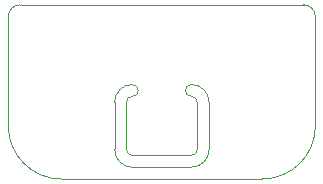
<source format=gbr>
%TF.GenerationSoftware,KiCad,Pcbnew,(7.0.0)*%
%TF.CreationDate,2023-06-13T00:35:04+02:00*%
%TF.ProjectId,TMP117 Breakout,544d5031-3137-4204-9272-65616b6f7574,rev?*%
%TF.SameCoordinates,Original*%
%TF.FileFunction,Profile,NP*%
%FSLAX46Y46*%
G04 Gerber Fmt 4.6, Leading zero omitted, Abs format (unit mm)*
G04 Created by KiCad (PCBNEW (7.0.0)) date 2023-06-13 00:35:04*
%MOMM*%
%LPD*%
G01*
G04 APERTURE LIST*
%TA.AperFunction,Profile*%
%ADD10C,0.100000*%
%TD*%
G04 APERTURE END LIST*
D10*
X127000000Y-99500000D02*
G75*
G03*
X131500000Y-104000000I4500000J0D01*
G01*
X136000000Y-97500000D02*
X136000001Y-101499999D01*
X131500000Y-104000000D02*
X148500000Y-104000000D01*
X142500000Y-102000000D02*
G75*
G03*
X143000000Y-101500000I0J500000D01*
G01*
X128000000Y-89250000D02*
X152000000Y-89250000D01*
X137000000Y-101500000D02*
X137000000Y-97500000D01*
X128000000Y-89250000D02*
G75*
G03*
X127000000Y-90250000I0J-1000000D01*
G01*
X137000000Y-101500000D02*
G75*
G03*
X137500000Y-102000000I500000J0D01*
G01*
X142499999Y-102999999D02*
G75*
G03*
X143999999Y-101499999I1J1499999D01*
G01*
X136000001Y-101499999D02*
G75*
G03*
X137500001Y-102999999I1499999J-1D01*
G01*
X143000000Y-101500000D02*
X143000000Y-97500000D01*
X142499999Y-102999999D02*
X137500001Y-102999999D01*
X142500000Y-96000000D02*
G75*
G03*
X142500000Y-97000000I0J-500000D01*
G01*
X143999999Y-97500001D02*
G75*
G03*
X142499999Y-96000001I-1499999J1D01*
G01*
X137500000Y-102000000D02*
X142500000Y-102000000D01*
X143999999Y-97500001D02*
X143999999Y-101499999D01*
X143000000Y-97500000D02*
G75*
G03*
X142500000Y-97000000I-500000J0D01*
G01*
X153000000Y-90250000D02*
X153000000Y-99500000D01*
X137500000Y-96000000D02*
G75*
G03*
X136000000Y-97500000I0J-1500000D01*
G01*
X137500000Y-97000000D02*
G75*
G03*
X137500000Y-96000000I0J500000D01*
G01*
X148500000Y-104000000D02*
G75*
G03*
X153000000Y-99500000I0J4500000D01*
G01*
X127000000Y-90250000D02*
X127000000Y-99500000D01*
X153000000Y-90250000D02*
G75*
G03*
X152000000Y-89250000I-1000000J0D01*
G01*
X137500000Y-97000000D02*
G75*
G03*
X137000000Y-97500000I0J-500000D01*
G01*
M02*

</source>
